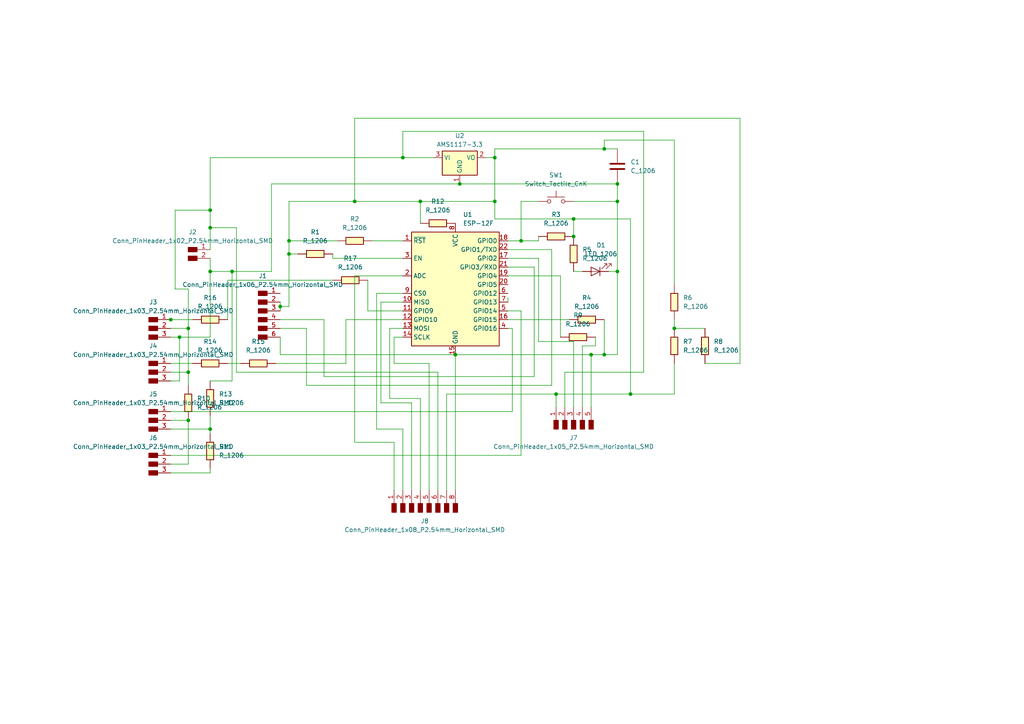
<source format=kicad_sch>
(kicad_sch (version 20231120) (generator "eeschema") (generator_version "8.0")
  (paper "A4")
  (lib_symbols
    (symbol "RF_Module:ESP-12F"
      (property "Reference" "U" (at -12.7 19.05 0))
      (property "Value" "ESP-12F" (at 12.7 19.05 0))
      (symbol "ESP-12F_0_1"
        (rectangle (start -12.7 17.78) (end 12.7 -15.24) (stroke (width 0.254)) (fill (type background)))
      )
      (symbol "ESP-12F_1_1"
        (pin input line (at -15.24 15.24 0) (length 2.54) (name "~{RST}") (number "1"))
        (pin bidirectional line (at -15.24 -2.54 0) (length 2.54) (name "MISO") (number "10"))
        (pin bidirectional line (at -15.24 -5.08 0) (length 2.54) (name "GPIO9") (number "11"))
        (pin bidirectional line (at -15.24 -7.62 0) (length 2.54) (name "GPIO10") (number "12"))
        (pin bidirectional line (at -15.24 -10.16 0) (length 2.54) (name "MOSI") (number "13"))
        (pin bidirectional line (at -15.24 -12.7 0) (length 2.54) (name "SCLK") (number "14"))
        (pin power_in line (at 0 -17.78 90) (length 2.54) (name "GND") (number "15"))
        (pin bidirectional line (at 15.24 -7.62 180) (length 2.54) (name "GPIO15") (number "16"))
        (pin bidirectional line (at 15.24 10.16 180) (length 2.54) (name "GPIO2") (number "17"))
        (pin bidirectional line (at 15.24 15.24 180) (length 2.54) (name "GPIO0") (number "18"))
        (pin bidirectional line (at 15.24 5.08 180) (length 2.54) (name "GPIO4") (number "19"))
        (pin input line (at -15.24 5.08 0) (length 2.54) (name "ADC") (number "2"))
        (pin bidirectional line (at 15.24 2.54 180) (length 2.54) (name "GPIO5") (number "20"))
        (pin bidirectional line (at 15.24 7.62 180) (length 2.54) (name "GPIO3/RXD") (number "21"))
        (pin bidirectional line (at 15.24 12.7 180) (length 2.54) (name "GPIO1/TXD") (number "22"))
        (pin input line (at -15.24 10.16 0) (length 2.54) (name "EN") (number "3"))
        (pin bidirectional line (at 15.24 -10.16 180) (length 2.54) (name "GPIO16") (number "4"))
        (pin bidirectional line (at 15.24 -5.08 180) (length 2.54) (name "GPIO14") (number "5"))
        (pin bidirectional line (at 15.24 0 180) (length 2.54) (name "GPIO12") (number "6"))
        (pin bidirectional line (at 15.24 -2.54 180) (length 2.54) (name "GPIO13") (number "7"))
        (pin power_in line (at 0 20.32 270) (length 2.54) (name "VCC") (number "8"))
        (pin input line (at -15.24 0 0) (length 2.54) (name "CS0") (number "9"))
      )
    )
    (symbol "Regulator_Linear:AMS1117-3.3"
      (property "Reference" "U" (at -3.81 3.175 0))
      (property "Value" "AMS1117-3.3" (at 0 3.175 0))
      (symbol "AMS1117-3.3_0_1"
        (rectangle (start -5.08 -5.08) (end 5.08 1.905) (stroke (width 0.254)) (fill (type background)))
      )
      (symbol "AMS1117-3.3_1_1"
        (pin power_in line (at 0 -7.62 90) (length 2.54) (name "GND") (number "1"))
        (pin power_out line (at 7.62 0 180) (length 2.54) (name "VO") (number "2"))
        (pin power_in line (at -7.62 0 0) (length 2.54) (name "VI") (number "3"))
      )
    )
    (symbol "fab:C_1206" (pin_numbers hide)
      (property "Reference" "C" (at 0.635 2.54 0))
      (property "Value" "C_1206" (at 0.635 -2.54 0))
      (symbol "C_1206_0_1"
        (polyline (pts (xy -2.032 -0.762) (xy 2.032 -0.762)) (stroke (width 0.508)))
        (polyline (pts (xy -2.032 0.762) (xy 2.032 0.762)) (stroke (width 0.508)))
        (polyline (pts (xy 0 -0.635) (xy 0 -2.54)))
        (polyline (pts (xy 0 0.635) (xy 0 2.54)))
      )
      (symbol "C_1206_1_1"
        (pin passive line (at 0 5.08 270) (length 2.54) (name "~") (number "1"))
        (pin passive line (at 0 -5.08 90) (length 2.54) (name "~") (number "2"))
      )
    )
    (symbol "fab:Conn_PinHeader_1x02_P2.54mm_Horizontal_SMD" (pin_names hide)
      (property "Reference" "J" (at 0 2.54 0))
      (property "Value" "Conn_PinHeader_1x02_P2.54mm_Horizontal_SMD" (at 0 -5.08 0))
      (symbol "Conn_PinHeader_1x02_P2.54mm_Horizontal_SMD_1_1"
        (rectangle (start -1.27 -1.905) (end 1.27 -3.175) (stroke (width 0.254)) (fill (type outline)))
        (rectangle (start -1.27 0.635) (end 1.27 -0.635) (stroke (width 0.254)) (fill (type outline)))
        (pin passive line (at 5.08 0 180) (length 3.81) (name "Pin_1") (number "1"))
        (pin passive line (at 5.08 -2.54 180) (length 3.81) (name "Pin_2") (number "2"))
      )
    )
    (symbol "fab:Conn_PinHeader_1x03_P2.54mm_Horizontal_SMD" (pin_names hide)
      (property "Reference" "J" (at 0 5.08 0))
      (property "Value" "Conn_PinHeader_1x03_P2.54mm_Horizontal_SMD" (at 0 -5.08 0))
      (symbol "Conn_PinHeader_1x03_P2.54mm_Horizontal_SMD_1_1"
        (rectangle (start -1.27 -1.905) (end 1.27 -3.175) (stroke (width 0.254)) (fill (type outline)))
        (rectangle (start -1.27 0.635) (end 1.27 -0.635) (stroke (width 0.254)) (fill (type outline)))
        (rectangle (start -1.27 3.175) (end 1.27 1.905) (stroke (width 0.254)) (fill (type outline)))
        (pin passive line (at 5.08 2.54 180) (length 3.81) (name "Pin_1") (number "1"))
        (pin passive line (at 5.08 0 180) (length 3.81) (name "Pin_2") (number "2"))
        (pin passive line (at 5.08 -2.54 180) (length 3.81) (name "Pin_3") (number "3"))
      )
    )
    (symbol "fab:Conn_PinHeader_1x05_P2.54mm_Horizontal_SMD" (pin_names hide)
      (property "Reference" "J" (at 0 7.62 0))
      (property "Value" "Conn_PinHeader_1x05_P2.54mm_Horizontal_SMD" (at 0 -7.62 0))
      (symbol "Conn_PinHeader_1x05_P2.54mm_Horizontal_SMD_1_1"
        (rectangle (start -1.27 -4.445) (end 1.27 -5.715) (stroke (width 0.254)) (fill (type outline)))
        (rectangle (start -1.27 -1.905) (end 1.27 -3.175) (stroke (width 0.254)) (fill (type outline)))
        (rectangle (start -1.27 0.635) (end 1.27 -0.635) (stroke (width 0.254)) (fill (type outline)))
        (rectangle (start -1.27 3.175) (end 1.27 1.905) (stroke (width 0.254)) (fill (type outline)))
        (rectangle (start -1.27 5.715) (end 1.27 4.445) (stroke (width 0.254)) (fill (type outline)))
        (pin passive line (at 5.08 5.08 180) (length 3.81) (name "Pin_1") (number "1"))
        (pin passive line (at 5.08 2.54 180) (length 3.81) (name "Pin_2") (number "2"))
        (pin passive line (at 5.08 0 180) (length 3.81) (name "Pin_3") (number "3"))
        (pin passive line (at 5.08 -2.54 180) (length 3.81) (name "Pin_4") (number "4"))
        (pin passive line (at 5.08 -5.08 180) (length 3.81) (name "Pin_5") (number "5"))
      )
    )
    (symbol "fab:Conn_PinHeader_1x06_P2.54mm_Horizontal_SMD" (pin_names hide)
      (property "Reference" "J" (at 0 7.62 0))
      (property "Value" "Conn_PinHeader_1x06_P2.54mm_Horizontal_SMD" (at 0 -10.16 0))
      (symbol "Conn_PinHeader_1x06_P2.54mm_Horizontal_SMD_1_1"
        (rectangle (start -1.27 -6.985) (end 1.27 -8.255) (stroke (width 0.254)) (fill (type outline)))
        (rectangle (start -1.27 -4.445) (end 1.27 -5.715) (stroke (width 0.254)) (fill (type outline)))
        (rectangle (start -1.27 -1.905) (end 1.27 -3.175) (stroke (width 0.254)) (fill (type outline)))
        (rectangle (start -1.27 0.635) (end 1.27 -0.635) (stroke (width 0.254)) (fill (type outline)))
        (rectangle (start -1.27 3.175) (end 1.27 1.905) (stroke (width 0.254)) (fill (type outline)))
        (rectangle (start -1.27 5.715) (end 1.27 4.445) (stroke (width 0.254)) (fill (type outline)))
        (pin passive line (at 5.08 5.08 180) (length 3.81) (name "Pin_1") (number "1"))
        (pin passive line (at 5.08 2.54 180) (length 3.81) (name "Pin_2") (number "2"))
        (pin passive line (at 5.08 0 180) (length 3.81) (name "Pin_3") (number "3"))
        (pin passive line (at 5.08 -2.54 180) (length 3.81) (name "Pin_4") (number "4"))
        (pin passive line (at 5.08 -5.08 180) (length 3.81) (name "Pin_5") (number "5"))
        (pin passive line (at 5.08 -7.62 180) (length 3.81) (name "Pin_6") (number "6"))
      )
    )
    (symbol "fab:Conn_PinHeader_1x08_P2.54mm_Horizontal_SMD" (pin_names hide)
      (property "Reference" "J" (at 0 10.16 0))
      (property "Value" "Conn_PinHeader_1x08_P2.54mm_Horizontal_SMD" (at 0 -12.7 0))
      (symbol "Conn_PinHeader_1x08_P2.54mm_Horizontal_SMD_1_1"
        (rectangle (start -1.27 -9.525) (end 1.27 -10.795) (stroke (width 0.254)) (fill (type outline)))
        (rectangle (start -1.27 -6.985) (end 1.27 -8.255) (stroke (width 0.254)) (fill (type outline)))
        (rectangle (start -1.27 -4.445) (end 1.27 -5.715) (stroke (width 0.254)) (fill (type outline)))
        (rectangle (start -1.27 -1.905) (end 1.27 -3.175) (stroke (width 0.254)) (fill (type outline)))
        (rectangle (start -1.27 0.635) (end 1.27 -0.635) (stroke (width 0.254)) (fill (type outline)))
        (rectangle (start -1.27 3.175) (end 1.27 1.905) (stroke (width 0.254)) (fill (type outline)))
        (rectangle (start -1.27 5.715) (end 1.27 4.445) (stroke (width 0.254)) (fill (type outline)))
        (rectangle (start -1.27 8.255) (end 1.27 6.985) (stroke (width 0.254)) (fill (type outline)))
        (pin passive line (at 5.08 7.62 180) (length 3.81) (name "Pin_1") (number "1"))
        (pin passive line (at 5.08 5.08 180) (length 3.81) (name "Pin_2") (number "2"))
        (pin passive line (at 5.08 2.54 180) (length 3.81) (name "Pin_3") (number "3"))
        (pin passive line (at 5.08 0 180) (length 3.81) (name "Pin_4") (number "4"))
        (pin passive line (at 5.08 -2.54 180) (length 3.81) (name "Pin_5") (number "5"))
        (pin passive line (at 5.08 -5.08 180) (length 3.81) (name "Pin_6") (number "6"))
        (pin passive line (at 5.08 -7.62 180) (length 3.81) (name "Pin_7") (number "7"))
        (pin passive line (at 5.08 -10.16 180) (length 3.81) (name "Pin_8") (number "8"))
      )
    )
    (symbol "fab:LED_1206" (pin_numbers hide) (pin_names (offset 1.016) hide)
      (property "Reference" "D" (at 0 2.54 0))
      (property "Value" "LED_1206" (at 0 -2.54 0))
      (symbol "LED_1206_0_1"
        (polyline (pts (xy -1.27 -1.27) (xy -1.27 1.27)) (stroke (width 0.2032)))
        (polyline (pts (xy -1.27 0) (xy 1.27 0)))
        (polyline (pts (xy 1.27 -1.27) (xy 1.27 1.27) (xy -1.27 0) (xy 1.27 -1.27)) (stroke (width 0.2032)))
        (polyline (pts (xy -3.048 -0.762) (xy -4.572 -2.286) (xy -3.81 -2.286) (xy -4.572 -2.286) (xy -4.572 -1.524)))
        (polyline (pts (xy -1.778 -0.762) (xy -3.302 -2.286) (xy -2.54 -2.286) (xy -3.302 -2.286) (xy -3.302 -1.524)))
      )
      (symbol "LED_1206_1_1"
        (pin passive line (at -3.81 0 0) (length 2.54) (name "K") (number "1"))
        (pin passive line (at 3.81 0 180) (length 2.54) (name "A") (number "2"))
      )
    )
    (symbol "fab:R_1206" (pin_numbers hide) (pin_names (offset 0))
      (property "Reference" "R" (at 2.54 0 90))
      (property "Value" "R_1206" (at -2.54 0 90))
      (symbol "R_1206_0_1"
        (rectangle (start -1.016 -2.54) (end 1.016 2.54) (stroke (width 0.254)) (fill (type background)))
      )
      (symbol "R_1206_1_1"
        (pin passive line (at 0 5.08 270) (length 2.54) (name "~") (number "1"))
        (pin passive line (at 0 -5.08 90) (length 2.54) (name "~") (number "2"))
      )
    )
    (symbol "fab:Switch_Tactile_CnK" (pin_numbers hide) (pin_names (offset 1.016) hide)
      (property "Reference" "SW" (at 1.27 3.81 0))
      (property "Value" "Switch_Tactile_CnK" (at 0 0 0))
      (symbol "Switch_Tactile_CnK_0_1"
        (circle (center -2.032 0) (radius 0.508))
        (polyline (pts (xy 0 1.27) (xy 0 3.048)))
        (polyline (pts (xy 2.54 1.27) (xy -2.54 1.27)))
        (circle (center 2.032 0) (radius 0.508))
        (pin passive line (at -5.08 0 0) (length 2.54) (name "1") (number "1"))
        (pin passive line (at 5.08 0 180) (length 2.54) (name "2") (number "2"))
      )
    )
  )
  (junction (at 52.07 97.79))
  (junction (at 182.88 114.3))
  (junction (at 54.61 121.92))
  (junction (at 133.35 53.34))
  (junction (at 83.82 69.85))
  (junction (at 116.84 45.72))
  (junction (at 60.96 66.04))
  (junction (at 175.26 102.87))
  (junction (at 179.07 58.42))
  (junction (at 179.07 53.34))
  (junction (at 166.37 68.58))
  (junction (at 151.13 69.85))
  (junction (at 83.82 73.66))
  (junction (at 81.28 88.9))
  (junction (at 171.45 102.87))
  (junction (at 60.96 60.96))
  (junction (at 143.51 45.72))
  (junction (at 121.92 58.42))
  (junction (at 175.26 43.18))
  (junction (at 132.08 102.87))
  (junction (at 166.37 63.5))
  (junction (at 161.29 114.3))
  (junction (at 60.96 124.46))
  (junction (at 102.87 58.42))
  (junction (at 195.58 95.25))
  (junction (at 60.96 78.74))
  (junction (at 67.31 78.74))
  (junction (at 179.07 78.74))
  (junction (at 143.51 58.42))
  (junction (at 54.61 107.95))
  (junction (at 49.53 92.71))
  (junction (at 54.61 95.25))
  (wire (pts (xy 121.92 58.42) (xy 121.92 64.77)))
  (wire (pts (xy 60.96 120.65) (xy 60.96 124.46)))
  (wire (pts (xy 50.8 60.96) (xy 50.8 83.82)))
  (wire (pts (xy 175.26 102.87) (xy 175.26 92.71)))
  (wire (pts (xy 83.82 88.9) (xy 83.82 73.66)))
  (wire (pts (xy 127 107.95) (xy 68.58 107.95)))
  (wire (pts (xy 132.08 102.87) (xy 171.45 102.87)))
  (wire (pts (xy 93.98 92.71) (xy 81.28 92.71)))
  (wire (pts (xy 163.83 118.11) (xy 163.83 107.95)))
  (wire (pts (xy 132.08 102.87) (xy 81.28 102.87)))
  (wire (pts (xy 116.84 92.71) (xy 100.33 92.71)))
  (wire (pts (xy 81.28 88.9) (xy 81.28 90.17)))
  (wire (pts (xy 54.61 95.25) (xy 54.61 107.95)))
  (wire (pts (xy 100.33 92.71) (xy 100.33 105.41)))
  (wire (pts (xy 163.83 107.95) (xy 186.69 107.95)))
  (wire (pts (xy 151.13 90.17) (xy 147.32 90.17)))
  (wire (pts (xy 102.87 128.27) (xy 114.3 128.27)))
  (wire (pts (xy 60.96 66.04) (xy 60.96 60.96)))
  (wire (pts (xy 175.26 43.18) (xy 143.51 43.18)))
  (wire (pts (xy 66.04 81.28) (xy 96.52 81.28)))
  (wire (pts (xy 83.82 58.42) (xy 83.82 69.85)))
  (wire (pts (xy 109.22 124.46) (xy 116.84 124.46)))
  (wire (pts (xy 182.88 114.3) (xy 182.88 63.5)))
  (wire (pts (xy 179.07 53.34) (xy 179.07 58.42)))
  (wire (pts (xy 83.82 69.85) (xy 83.82 73.66)))
  (wire (pts (xy 60.96 60.96) (xy 50.8 60.96)))
  (wire (pts (xy 88.9 95.25) (xy 81.28 95.25)))
  (wire (pts (xy 121.92 58.42) (xy 143.51 58.42)))
  (wire (pts (xy 179.07 78.74) (xy 179.07 102.87)))
  (wire (pts (xy 67.31 78.74) (xy 78.74 78.74)))
  (wire (pts (xy 147.32 72.39) (xy 160.02 72.39)))
  (wire (pts (xy 166.37 118.11) (xy 166.37 99.06)))
  (wire (pts (xy 102.87 80.01) (xy 102.87 128.27)))
  (wire (pts (xy 116.84 38.1) (xy 116.84 45.72)))
  (wire (pts (xy 93.98 109.22) (xy 93.98 92.71)))
  (wire (pts (xy 195.58 105.41) (xy 195.58 114.3)))
  (wire (pts (xy 52.07 97.79) (xy 60.96 97.79)))
  (wire (pts (xy 60.96 110.49) (xy 67.31 110.49)))
  (wire (pts (xy 186.69 38.1) (xy 116.84 38.1)))
  (wire (pts (xy 114.3 97.79) (xy 116.84 97.79)))
  (wire (pts (xy 129.54 114.3) (xy 161.29 114.3)))
  (wire (pts (xy 166.37 99.06) (xy 156.21 99.06)))
  (wire (pts (xy 49.53 132.08) (xy 151.13 132.08)))
  (wire (pts (xy 148.59 95.25) (xy 147.32 95.25)))
  (wire (pts (xy 114.3 105.41) (xy 114.3 97.79)))
  (wire (pts (xy 54.61 121.92) (xy 54.61 134.62)))
  (wire (pts (xy 132.08 102.87) (xy 132.08 142.24)))
  (wire (pts (xy 143.51 43.18) (xy 143.51 45.72)))
  (wire (pts (xy 107.95 69.85) (xy 116.84 69.85)))
  (wire (pts (xy 156.21 74.93) (xy 147.32 74.93)))
  (wire (pts (xy 116.84 45.72) (xy 125.73 45.72)))
  (wire (pts (xy 166.37 78.74) (xy 168.91 78.74)))
  (wire (pts (xy 214.63 34.29) (xy 102.87 34.29)))
  (wire (pts (xy 162.56 80.01) (xy 147.32 80.01)))
  (wire (pts (xy 147.32 77.47) (xy 154.94 77.47)))
  (wire (pts (xy 68.58 66.04) (xy 60.96 66.04)))
  (wire (pts (xy 172.72 100.33) (xy 168.91 100.33)))
  (wire (pts (xy 161.29 114.3) (xy 182.88 114.3)))
  (wire (pts (xy 160.02 72.39) (xy 160.02 111.76)))
  (wire (pts (xy 204.47 105.41) (xy 214.63 105.41)))
  (wire (pts (xy 68.58 107.95) (xy 68.58 66.04)))
  (wire (pts (xy 133.35 53.34) (xy 179.07 53.34)))
  (wire (pts (xy 49.53 97.79) (xy 52.07 97.79)))
  (wire (pts (xy 60.96 45.72) (xy 116.84 45.72)))
  (wire (pts (xy 102.87 58.42) (xy 121.92 58.42)))
  (wire (pts (xy 67.31 110.49) (xy 67.31 78.74)))
  (wire (pts (xy 49.53 110.49) (xy 52.07 110.49)))
  (wire (pts (xy 102.87 34.29) (xy 102.87 58.42)))
  (wire (pts (xy 60.96 78.74) (xy 67.31 78.74)))
  (wire (pts (xy 66.04 92.71) (xy 66.04 81.28)))
  (wire (pts (xy 148.59 119.38) (xy 148.59 95.25)))
  (wire (pts (xy 106.68 81.28) (xy 106.68 90.17)))
  (wire (pts (xy 171.45 102.87) (xy 175.26 102.87)))
  (wire (pts (xy 154.94 77.47) (xy 154.94 109.22)))
  (wire (pts (xy 162.56 97.79) (xy 162.56 80.01)))
  (wire (pts (xy 147.32 69.85) (xy 151.13 69.85)))
  (wire (pts (xy 143.51 45.72) (xy 143.51 58.42)))
  (wire (pts (xy 143.51 63.5) (xy 166.37 63.5)))
  (wire (pts (xy 179.07 43.18) (xy 175.26 43.18)))
  (wire (pts (xy 52.07 97.79) (xy 52.07 110.49)))
  (wire (pts (xy 175.26 40.64) (xy 175.26 43.18)))
  (wire (pts (xy 49.53 119.38) (xy 148.59 119.38)))
  (wire (pts (xy 78.74 78.74) (xy 78.74 53.34)))
  (wire (pts (xy 48.26 92.71) (xy 49.53 92.71)))
  (wire (pts (xy 160.02 111.76) (xy 88.9 111.76)))
  (wire (pts (xy 179.07 78.74) (xy 179.07 58.42)))
  (wire (pts (xy 110.49 87.63) (xy 116.84 87.63)))
  (wire (pts (xy 140.97 45.72) (xy 143.51 45.72)))
  (wire (pts (xy 49.53 124.46) (xy 60.96 124.46)))
  (wire (pts (xy 66.04 105.41) (xy 69.85 105.41)))
  (wire (pts (xy 116.84 74.93) (xy 96.52 74.93)))
  (wire (pts (xy 96.52 74.93) (xy 96.52 73.66)))
  (wire (pts (xy 121.92 142.24) (xy 121.92 115.57)))
  (wire (pts (xy 195.58 40.64) (xy 175.26 40.64)))
  (wire (pts (xy 49.53 121.92) (xy 54.61 121.92)))
  (wire (pts (xy 127 142.24) (xy 127 107.95)))
  (wire (pts (xy 60.96 72.39) (xy 60.96 66.04)))
  (wire (pts (xy 49.53 92.71) (xy 55.88 92.71)))
  (wire (pts (xy 175.26 102.87) (xy 179.07 102.87)))
  (wire (pts (xy 151.13 69.85) (xy 156.21 69.85)))
  (wire (pts (xy 154.94 109.22) (xy 93.98 109.22)))
  (wire (pts (xy 156.21 58.42) (xy 151.13 58.42)))
  (wire (pts (xy 80.01 105.41) (xy 100.33 105.41)))
  (wire (pts (xy 49.53 105.41) (xy 55.88 105.41)))
  (wire (pts (xy 195.58 92.71) (xy 195.58 95.25)))
  (wire (pts (xy 176.53 78.74) (xy 179.07 78.74)))
  (wire (pts (xy 119.38 116.84) (xy 110.49 116.84)))
  (wire (pts (xy 60.96 125.73) (xy 60.96 124.46)))
  (wire (pts (xy 172.72 97.79) (xy 172.72 100.33)))
  (wire (pts (xy 54.61 107.95) (xy 49.53 107.95)))
  (wire (pts (xy 195.58 114.3) (xy 182.88 114.3)))
  (wire (pts (xy 171.45 102.87) (xy 171.45 118.11)))
  (wire (pts (xy 78.74 53.34) (xy 133.35 53.34)))
  (wire (pts (xy 83.82 73.66) (xy 86.36 73.66)))
  (wire (pts (xy 116.84 85.09) (xy 109.22 85.09)))
  (wire (pts (xy 54.61 107.95) (xy 54.61 111.76)))
  (wire (pts (xy 49.53 134.62) (xy 54.61 134.62)))
  (wire (pts (xy 119.38 142.24) (xy 119.38 116.84)))
  (wire (pts (xy 54.61 83.82) (xy 54.61 95.25)))
  (wire (pts (xy 124.46 105.41) (xy 114.3 105.41)))
  (wire (pts (xy 106.68 90.17) (xy 116.84 90.17)))
  (wire (pts (xy 195.58 95.25) (xy 204.47 95.25)))
  (wire (pts (xy 113.03 115.57) (xy 113.03 95.25)))
  (wire (pts (xy 168.91 100.33) (xy 168.91 118.11)))
  (wire (pts (xy 179.07 58.42) (xy 166.37 58.42)))
  (wire (pts (xy 60.96 74.93) (xy 60.96 78.74)))
  (wire (pts (xy 161.29 118.11) (xy 161.29 114.3)))
  (wire (pts (xy 166.37 63.5) (xy 166.37 68.58)))
  (wire (pts (xy 49.53 95.25) (xy 54.61 95.25)))
  (wire (pts (xy 88.9 111.76) (xy 88.9 95.25)))
  (wire (pts (xy 60.96 135.89) (xy 60.96 137.16)))
  (wire (pts (xy 147.32 86.36) (xy 147.32 87.63)))
  (wire (pts (xy 124.46 142.24) (xy 124.46 105.41)))
  (wire (pts (xy 50.8 83.82) (xy 54.61 83.82)))
  (wire (pts (xy 156.21 99.06) (xy 156.21 74.93)))
  (wire (pts (xy 81.28 87.63) (xy 81.28 88.9)))
  (wire (pts (xy 81.28 88.9) (xy 83.82 88.9)))
  (wire (pts (xy 109.22 85.09) (xy 109.22 124.46)))
  (wire (pts (xy 49.53 137.16) (xy 60.96 137.16)))
  (wire (pts (xy 116.84 80.01) (xy 102.87 80.01)))
  (wire (pts (xy 214.63 105.41) (xy 214.63 34.29)))
  (wire (pts (xy 151.13 132.08) (xy 151.13 90.17)))
  (wire (pts (xy 102.87 58.42) (xy 83.82 58.42)))
  (wire (pts (xy 147.32 92.71) (xy 165.1 92.71)))
  (wire (pts (xy 114.3 128.27) (xy 114.3 142.24)))
  (wire (pts (xy 186.69 107.95) (xy 186.69 38.1)))
  (wire (pts (xy 81.28 102.87) (xy 81.28 97.79)))
  (wire (pts (xy 97.79 69.85) (xy 83.82 69.85)))
  (wire (pts (xy 113.03 95.25) (xy 116.84 95.25)))
  (wire (pts (xy 60.96 78.74) (xy 60.96 97.79)))
  (wire (pts (xy 116.84 124.46) (xy 116.84 142.24)))
  (wire (pts (xy 143.51 58.42) (xy 143.51 63.5)))
  (wire (pts (xy 156.21 69.85) (xy 156.21 68.58)))
  (wire (pts (xy 110.49 116.84) (xy 110.49 87.63)))
  (wire (pts (xy 151.13 58.42) (xy 151.13 69.85)))
  (wire (pts (xy 60.96 60.96) (xy 60.96 45.72)))
  (wire (pts (xy 166.37 63.5) (xy 182.88 63.5)))
  (wire (pts (xy 121.92 115.57) (xy 113.03 115.57)))
  (wire (pts (xy 195.58 82.55) (xy 195.58 40.64)))
  (wire (pts (xy 129.54 142.24) (xy 129.54 114.3)))
  (symbol (lib_id "fab:R_1206") (at 101.6 81.28 90) (unit 1)
    (property "Reference" "R17" (at 101.6 74.93 90))
    (property "Value" "R_1206" (at 101.6 77.47 90))
    (property "Footprint" "fab:R_1206" (effects (hide yes)))
    (property "Description" "Resistor" (effects (hide yes)))
  )
  (symbol (lib_id "fab:R_1206") (at 60.96 105.41 90) (unit 1)
    (property "Reference" "R14" (at 60.96 99.06 90))
    (property "Value" "R_1206" (at 60.96 101.6 90))
    (property "Footprint" "fab:R_1206" (effects (hide yes)))
    (property "Description" "Resistor" (effects (hide yes)))
  )
  (symbol (lib_id "Regulator_Linear:AMS1117-3.3") (at 133.35 45.72 0) (unit 1)
    (property "Reference" "U2" (at 133.35 39.37 0))
    (property "Value" "AMS1117-3.3" (at 133.35 41.91 0))
    (property "Footprint" "Package_TO_SOT_SMD:SOT-223-3_TabPin2" (effects (hide yes)))
    (property "Datasheet" "http://www.advanced-monolithic.com/pdf/ds1117.pdf" (effects (hide yes)))
    (property "Description" "1A Low Dropout regulator, positive, 3.3V fixed output, SOT-223" (effects (hide yes)))
  )
  (symbol (lib_id "fab:Switch_Tactile_CnK") (at 161.29 58.42 0) (unit 1)
    (property "Reference" "SW1" (at 161.29 50.8 0))
    (property "Value" "Switch_Tactile_CnK" (at 161.29 53.34 0))
    (property "Footprint" "fab:Button_CnK_PTS636.0_6x3.5mm" (effects (hide yes)))
    (property "Datasheet" "https://www.ckswitches.com/media/2779/pts636.pdf" (effects (hide yes)))
    (property "Description" "Push button switch, C&K PTS636 SM25F SMTR LFS, Tactile Switch SPST-NO Top Actuated Surface Mount" (effects (hide yes)))
  )
  (symbol (lib_id "fab:Conn_PinHeader_1x02_P2.54mm_Horizontal_SMD") (at 55.88 72.39 0) (unit 1)
    (property "Reference" "J2" (at 55.88 67.31 0))
    (property "Value" "Conn_PinHeader_1x02_P2.54mm_Horizontal_SMD" (at 55.88 69.85 0))
    (property "Footprint" "fab:PinHeader_1x02_P2.54mm_Horizontal_SMD" (effects (hide yes)))
    (property "Description" "Male connector, single row" (effects (hide yes)))
  )
  (symbol (lib_id "fab:R_1206") (at 60.96 115.57 0) (unit 1)
    (property "Reference" "R13" (at 63.5 114.2999 0) (effects (justify left)))
    (property "Value" "R_1206" (at 63.5 116.8399 0) (effects (justify left)))
    (property "Footprint" "fab:R_1206" (effects (hide yes)))
    (property "Description" "Resistor" (effects (hide yes)))
  )
  (symbol (lib_id "fab:Conn_PinHeader_1x05_P2.54mm_Horizontal_SMD") (at 166.37 123.19 90) (unit 1)
    (property "Reference" "J7" (at 166.37 127 90))
    (property "Value" "Conn_PinHeader_1x05_P2.54mm_Horizontal_SMD" (at 166.37 129.54 90))
    (property "Footprint" "fab:PinHeader_1x05_P2.54mm_Horizontal_SMD" (effects (hide yes)))
    (property "Description" "Male connector, single row" (effects (hide yes)))
  )
  (symbol (lib_id "fab:R_1206") (at 170.18 92.71 90) (unit 1)
    (property "Reference" "R4" (at 170.18 86.36 90))
    (property "Value" "R_1206" (at 170.18 88.9 90))
    (property "Footprint" "fab:R_1206" (effects (hide yes)))
    (property "Description" "Resistor" (effects (hide yes)))
  )
  (symbol (lib_id "fab:Conn_PinHeader_1x08_P2.54mm_Horizontal_SMD") (at 121.92 147.32 90) (unit 1)
    (property "Reference" "J8" (at 123.19 151.13 90))
    (property "Value" "Conn_PinHeader_1x08_P2.54mm_Horizontal_SMD" (at 123.19 153.67 90))
    (property "Footprint" "fab:PinHeader_1x08_P2.54mm_Horizontal_SMD" (effects (hide yes)))
    (property "Description" "Male connector, single row" (effects (hide yes)))
  )
  (symbol (lib_id "fab:R_1206") (at 54.61 116.84 0) (unit 1)
    (property "Reference" "R10" (at 57.15 115.5699 0) (effects (justify left)))
    (property "Value" "R_1206" (at 57.15 118.1099 0) (effects (justify left)))
    (property "Footprint" "fab:R_1206" (effects (hide yes)))
    (property "Description" "Resistor" (effects (hide yes)))
  )
  (symbol (lib_id "fab:R_1206") (at 195.58 100.33 0) (unit 1)
    (property "Reference" "R7" (at 198.12 99.0599 0) (effects (justify left)))
    (property "Value" "R_1206" (at 198.12 101.5999 0) (effects (justify left)))
    (property "Footprint" "fab:R_1206" (effects (hide yes)))
    (property "Description" "Resistor" (effects (hide yes)))
  )
  (symbol (lib_id "fab:R_1206") (at 91.44 73.66 90) (unit 1)
    (property "Reference" "R1" (at 91.44 67.31 90))
    (property "Value" "R_1206" (at 91.44 69.85 90))
    (property "Footprint" "fab:R_1206" (effects (hide yes)))
    (property "Description" "Resistor" (effects (hide yes)))
  )
  (symbol (lib_id "fab:R_1206") (at 74.93 105.41 90) (unit 1)
    (property "Reference" "R15" (at 74.93 99.06 90))
    (property "Value" "R_1206" (at 74.93 101.6 90))
    (property "Footprint" "fab:R_1206" (effects (hide yes)))
    (property "Description" "Resistor" (effects (hide yes)))
  )
  (symbol (lib_id "fab:Conn_PinHeader_1x03_P2.54mm_Horizontal_SMD") (at 44.45 134.62 0) (unit 1)
    (property "Reference" "J6" (at 44.45 127 0))
    (property "Value" "Conn_PinHeader_1x03_P2.54mm_Horizontal_SMD" (at 44.45 129.54 0))
    (property "Footprint" "fab:PinHeader_1x03_P2.54mm_Horizontal_SMD" (effects (hide yes)))
    (property "Description" "Male connector, single row" (effects (hide yes)))
  )
  (symbol (lib_id "fab:R_1206") (at 167.64 97.79 90) (unit 1)
    (property "Reference" "R9" (at 167.64 91.44 90))
    (property "Value" "R_1206" (at 167.64 93.98 90))
    (property "Footprint" "fab:R_1206" (effects (hide yes)))
    (property "Description" "Resistor" (effects (hide yes)))
  )
  (symbol (lib_id "fab:R_1206") (at 166.37 73.66 0) (unit 1)
    (property "Reference" "R5" (at 168.91 72.3899 0) (effects (justify left)))
    (property "Value" "R_1206" (at 168.91 74.9299 0) (effects (justify left)))
    (property "Footprint" "fab:R_1206" (effects (hide yes)))
    (property "Description" "Resistor" (effects (hide yes)))
  )
  (symbol (lib_id "fab:LED_1206") (at 172.72 78.74 180) (unit 1)
    (property "Reference" "D1" (at 174.3202 71.12 0))
    (property "Value" "LED_1206" (at 174.3202 73.66 0))
    (property "Footprint" "fab:LED_1206" (effects (hide yes)))
    (property "Datasheet" "https://optoelectronics.liteon.com/upload/download/DS-22-98-0002/LTST-C150CKT.pdf" (effects (hide yes)))
    (property "Description" "Light emitting diode, Lite-On Inc. LTST, SMD" (effects (hide yes)))
  )
  (symbol (lib_id "fab:C_1206") (at 179.07 48.26 0) (unit 1)
    (property "Reference" "C1" (at 182.88 46.9899 0) (effects (justify left)))
    (property "Value" "C_1206" (at 182.88 49.5299 0) (effects (justify left)))
    (property "Footprint" "fab:C_1206" (effects (hide yes)))
    (property "Datasheet" "https://www.yageo.com/upload/media/product/productsearch/datasheet/mlcc/UPY-GP_NP0_16V-to-50V_18.pdf" (effects (hide yes)))
    (property "Description" "Unpolarized capacitor, SMD, 1206" (effects (hide yes)))
  )
  (symbol (lib_id "fab:R_1206") (at 195.58 87.63 0) (unit 1)
    (property "Reference" "R6" (at 198.12 86.3599 0) (effects (justify left)))
    (property "Value" "R_1206" (at 198.12 88.8999 0) (effects (justify left)))
    (property "Footprint" "fab:R_1206" (effects (hide yes)))
    (property "Description" "Resistor" (effects (hide yes)))
  )
  (symbol (lib_id "fab:Conn_PinHeader_1x03_P2.54mm_Horizontal_SMD") (at 44.45 107.95 0) (unit 1)
    (property "Reference" "J4" (at 44.45 100.33 0))
    (property "Value" "Conn_PinHeader_1x03_P2.54mm_Horizontal_SMD" (at 44.45 102.87 0))
    (property "Footprint" "fab:PinHeader_1x03_P2.54mm_Horizontal_SMD" (effects (hide yes)))
    (property "Description" "Male connector, single row" (effects (hide yes)))
  )
  (symbol (lib_id "fab:Conn_PinHeader_1x06_P2.54mm_Horizontal_SMD") (at 76.2 90.17 0) (unit 1)
    (property "Reference" "J1" (at 76.2 80.01 0))
    (property "Value" "Conn_PinHeader_1x06_P2.54mm_Horizontal_SMD" (at 76.2 82.55 0))
    (property "Footprint" "fab:PinHeader_1x06_P2.54mm_Horizontal_SMD" (effects (hide yes)))
    (property "Datasheet" "https://gct.co/files/specs/2.54mm-socket-spec.pdf" (effects (hide yes)))
    (property "Description" "Male connector, single row" (effects (hide yes)))
  )
  (symbol (lib_id "fab:R_1206") (at 60.96 130.81 0) (unit 1)
    (property "Reference" "R11" (at 63.5 129.5399 0) (effects (justify left)))
    (property "Value" "R_1206" (at 63.5 132.0799 0) (effects (justify left)))
    (property "Footprint" "fab:R_1206" (effects (hide yes)))
    (property "Description" "Resistor" (effects (hide yes)))
  )
  (symbol (lib_id "fab:R_1206") (at 204.47 100.33 0) (unit 1)
    (property "Reference" "R8" (at 207.01 99.0599 0) (effects (justify left)))
    (property "Value" "R_1206" (at 207.01 101.5999 0) (effects (justify left)))
    (property "Footprint" "fab:R_1206" (effects (hide yes)))
    (property "Description" "Resistor" (effects (hide yes)))
  )
  (symbol (lib_id "fab:R_1206") (at 161.29 68.58 90) (unit 1)
    (property "Reference" "R3" (at 161.29 62.23 90))
    (property "Value" "R_1206" (at 161.29 64.77 90))
    (property "Footprint" "fab:R_1206" (effects (hide yes)))
    (property "Description" "Resistor" (effects (hide yes)))
  )
  (symbol (lib_id "fab:R_1206") (at 60.96 92.71 90) (unit 1)
    (property "Reference" "R16" (at 60.96 86.36 90))
    (property "Value" "R_1206" (at 60.96 88.9 90))
    (property "Footprint" "fab:R_1206" (effects (hide yes)))
    (property "Description" "Resistor" (effects (hide yes)))
  )
  (symbol (lib_id "fab:R_1206") (at 102.87 69.85 90) (unit 1)
    (property "Reference" "R2" (at 102.87 63.5 90))
    (property "Value" "R_1206" (at 102.87 66.04 90))
    (property "Footprint" "fab:R_1206" (effects (hide yes)))
    (property "Description" "Resistor" (effects (hide yes)))
  )
  (symbol (lib_id "fab:Conn_PinHeader_1x03_P2.54mm_Horizontal_SMD") (at 44.45 95.25 0) (unit 1)
    (property "Reference" "J3" (at 44.45 87.63 0))
    (property "Value" "Conn_PinHeader_1x03_P2.54mm_Horizontal_SMD" (at 44.45 90.17 0))
    (property "Footprint" "fab:PinHeader_1x03_P2.54mm_Horizontal_SMD" (effects (hide yes)))
    (property "Description" "Male connector, single row" (effects (hide yes)))
  )
  (symbol (lib_id "fab:Conn_PinHeader_1x03_P2.54mm_Horizontal_SMD") (at 44.45 121.92 0) (unit 1)
    (property "Reference" "J5" (at 44.45 114.3 0))
    (property "Value" "Conn_PinHeader_1x03_P2.54mm_Horizontal_SMD" (at 44.45 116.84 0))
    (property "Footprint" "fab:PinHeader_1x03_P2.54mm_Horizontal_SMD" (effects (hide yes)))
    (property "Description" "Male connector, single row" (effects (hide yes)))
  )
  (symbol (lib_id "fab:R_1206") (at 127 64.77 90) (unit 1)
    (property "Reference" "R12" (at 127 58.42 90))
    (property "Value" "R_1206" (at 127 60.96 90))
    (property "Footprint" "fab:R_1206" (effects (hide yes)))
    (property "Description" "Resistor" (effects (hide yes)))
  )
  (symbol (lib_id "RF_Module:ESP-12F") (at 132.08 85.09 0) (unit 1)
    (property "Reference" "U1" (at 134.2741 62.23 0) (effects (justify left)))
    (property "Value" "ESP-12F" (at 134.2741 64.77 0) (effects (justify left)))
    (property "Footprint" "RF_Module:ESP-12E" (effects (hide yes)))
    (property "Datasheet" "http://wiki.ai-thinker.com/_media/esp8266/esp8266_series_modules_user_manual_v1.1.pdf" (effects (hide yes)))
    (property "Description" "802.11 b/g/n Wi-Fi Module" (effects (hide yes)))
  )
)
</source>
